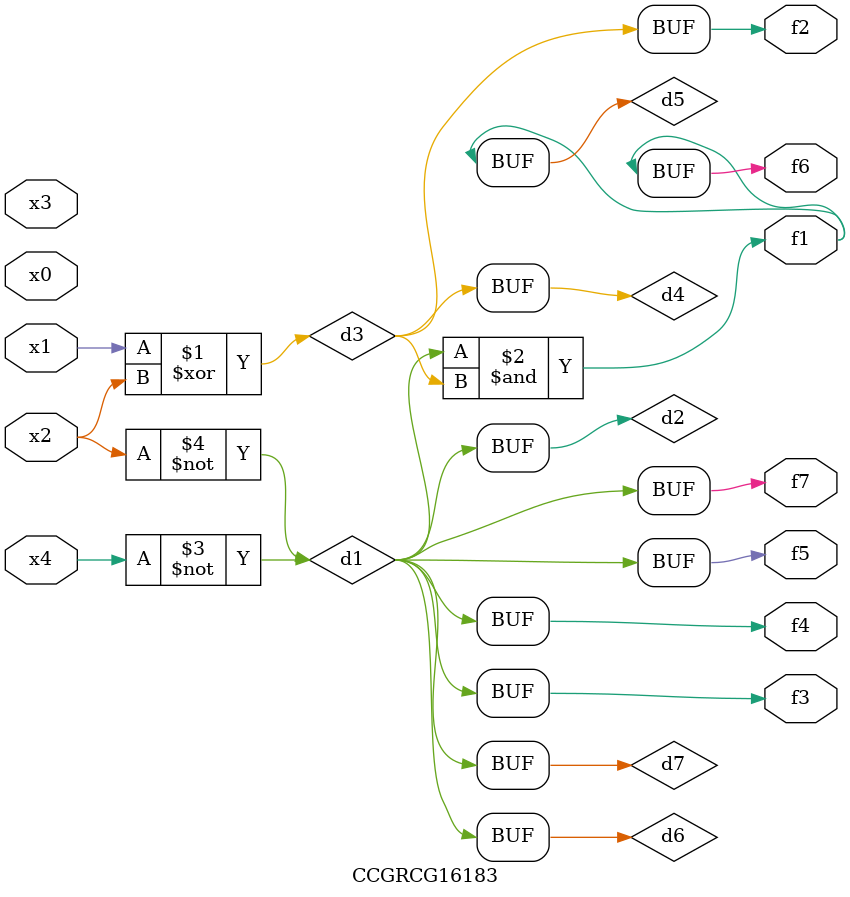
<source format=v>
module CCGRCG16183(
	input x0, x1, x2, x3, x4,
	output f1, f2, f3, f4, f5, f6, f7
);

	wire d1, d2, d3, d4, d5, d6, d7;

	not (d1, x4);
	not (d2, x2);
	xor (d3, x1, x2);
	buf (d4, d3);
	and (d5, d1, d3);
	buf (d6, d1, d2);
	buf (d7, d2);
	assign f1 = d5;
	assign f2 = d4;
	assign f3 = d7;
	assign f4 = d7;
	assign f5 = d7;
	assign f6 = d5;
	assign f7 = d7;
endmodule

</source>
